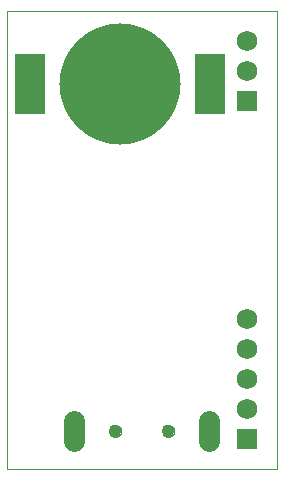
<source format=gbs>
G75*
%MOIN*%
%OFA0B0*%
%FSLAX25Y25*%
%IPPOS*%
%LPD*%
%AMOC8*
5,1,8,0,0,1.08239X$1,22.5*
%
%ADD10C,0.00000*%
%ADD11C,0.07000*%
%ADD12C,0.04337*%
%ADD13R,0.06900X0.06900*%
%ADD14C,0.06900*%
%ADD15C,0.40400*%
%ADD16R,0.10400X0.20400*%
D10*
X0022622Y0058041D02*
X0022622Y0210541D01*
X0112622Y0210541D01*
X0112622Y0058041D01*
X0022622Y0058041D01*
X0056795Y0070541D02*
X0056797Y0070629D01*
X0056803Y0070717D01*
X0056813Y0070805D01*
X0056827Y0070893D01*
X0056844Y0070979D01*
X0056866Y0071065D01*
X0056891Y0071149D01*
X0056921Y0071233D01*
X0056953Y0071315D01*
X0056990Y0071395D01*
X0057030Y0071474D01*
X0057074Y0071551D01*
X0057121Y0071626D01*
X0057171Y0071698D01*
X0057225Y0071769D01*
X0057281Y0071836D01*
X0057341Y0071902D01*
X0057403Y0071964D01*
X0057469Y0072024D01*
X0057536Y0072080D01*
X0057607Y0072134D01*
X0057679Y0072184D01*
X0057754Y0072231D01*
X0057831Y0072275D01*
X0057910Y0072315D01*
X0057990Y0072352D01*
X0058072Y0072384D01*
X0058156Y0072414D01*
X0058240Y0072439D01*
X0058326Y0072461D01*
X0058412Y0072478D01*
X0058500Y0072492D01*
X0058588Y0072502D01*
X0058676Y0072508D01*
X0058764Y0072510D01*
X0058852Y0072508D01*
X0058940Y0072502D01*
X0059028Y0072492D01*
X0059116Y0072478D01*
X0059202Y0072461D01*
X0059288Y0072439D01*
X0059372Y0072414D01*
X0059456Y0072384D01*
X0059538Y0072352D01*
X0059618Y0072315D01*
X0059697Y0072275D01*
X0059774Y0072231D01*
X0059849Y0072184D01*
X0059921Y0072134D01*
X0059992Y0072080D01*
X0060059Y0072024D01*
X0060125Y0071964D01*
X0060187Y0071902D01*
X0060247Y0071836D01*
X0060303Y0071769D01*
X0060357Y0071698D01*
X0060407Y0071626D01*
X0060454Y0071551D01*
X0060498Y0071474D01*
X0060538Y0071395D01*
X0060575Y0071315D01*
X0060607Y0071233D01*
X0060637Y0071149D01*
X0060662Y0071065D01*
X0060684Y0070979D01*
X0060701Y0070893D01*
X0060715Y0070805D01*
X0060725Y0070717D01*
X0060731Y0070629D01*
X0060733Y0070541D01*
X0060731Y0070453D01*
X0060725Y0070365D01*
X0060715Y0070277D01*
X0060701Y0070189D01*
X0060684Y0070103D01*
X0060662Y0070017D01*
X0060637Y0069933D01*
X0060607Y0069849D01*
X0060575Y0069767D01*
X0060538Y0069687D01*
X0060498Y0069608D01*
X0060454Y0069531D01*
X0060407Y0069456D01*
X0060357Y0069384D01*
X0060303Y0069313D01*
X0060247Y0069246D01*
X0060187Y0069180D01*
X0060125Y0069118D01*
X0060059Y0069058D01*
X0059992Y0069002D01*
X0059921Y0068948D01*
X0059849Y0068898D01*
X0059774Y0068851D01*
X0059697Y0068807D01*
X0059618Y0068767D01*
X0059538Y0068730D01*
X0059456Y0068698D01*
X0059372Y0068668D01*
X0059288Y0068643D01*
X0059202Y0068621D01*
X0059116Y0068604D01*
X0059028Y0068590D01*
X0058940Y0068580D01*
X0058852Y0068574D01*
X0058764Y0068572D01*
X0058676Y0068574D01*
X0058588Y0068580D01*
X0058500Y0068590D01*
X0058412Y0068604D01*
X0058326Y0068621D01*
X0058240Y0068643D01*
X0058156Y0068668D01*
X0058072Y0068698D01*
X0057990Y0068730D01*
X0057910Y0068767D01*
X0057831Y0068807D01*
X0057754Y0068851D01*
X0057679Y0068898D01*
X0057607Y0068948D01*
X0057536Y0069002D01*
X0057469Y0069058D01*
X0057403Y0069118D01*
X0057341Y0069180D01*
X0057281Y0069246D01*
X0057225Y0069313D01*
X0057171Y0069384D01*
X0057121Y0069456D01*
X0057074Y0069531D01*
X0057030Y0069608D01*
X0056990Y0069687D01*
X0056953Y0069767D01*
X0056921Y0069849D01*
X0056891Y0069933D01*
X0056866Y0070017D01*
X0056844Y0070103D01*
X0056827Y0070189D01*
X0056813Y0070277D01*
X0056803Y0070365D01*
X0056797Y0070453D01*
X0056795Y0070541D01*
X0074511Y0070541D02*
X0074513Y0070629D01*
X0074519Y0070717D01*
X0074529Y0070805D01*
X0074543Y0070893D01*
X0074560Y0070979D01*
X0074582Y0071065D01*
X0074607Y0071149D01*
X0074637Y0071233D01*
X0074669Y0071315D01*
X0074706Y0071395D01*
X0074746Y0071474D01*
X0074790Y0071551D01*
X0074837Y0071626D01*
X0074887Y0071698D01*
X0074941Y0071769D01*
X0074997Y0071836D01*
X0075057Y0071902D01*
X0075119Y0071964D01*
X0075185Y0072024D01*
X0075252Y0072080D01*
X0075323Y0072134D01*
X0075395Y0072184D01*
X0075470Y0072231D01*
X0075547Y0072275D01*
X0075626Y0072315D01*
X0075706Y0072352D01*
X0075788Y0072384D01*
X0075872Y0072414D01*
X0075956Y0072439D01*
X0076042Y0072461D01*
X0076128Y0072478D01*
X0076216Y0072492D01*
X0076304Y0072502D01*
X0076392Y0072508D01*
X0076480Y0072510D01*
X0076568Y0072508D01*
X0076656Y0072502D01*
X0076744Y0072492D01*
X0076832Y0072478D01*
X0076918Y0072461D01*
X0077004Y0072439D01*
X0077088Y0072414D01*
X0077172Y0072384D01*
X0077254Y0072352D01*
X0077334Y0072315D01*
X0077413Y0072275D01*
X0077490Y0072231D01*
X0077565Y0072184D01*
X0077637Y0072134D01*
X0077708Y0072080D01*
X0077775Y0072024D01*
X0077841Y0071964D01*
X0077903Y0071902D01*
X0077963Y0071836D01*
X0078019Y0071769D01*
X0078073Y0071698D01*
X0078123Y0071626D01*
X0078170Y0071551D01*
X0078214Y0071474D01*
X0078254Y0071395D01*
X0078291Y0071315D01*
X0078323Y0071233D01*
X0078353Y0071149D01*
X0078378Y0071065D01*
X0078400Y0070979D01*
X0078417Y0070893D01*
X0078431Y0070805D01*
X0078441Y0070717D01*
X0078447Y0070629D01*
X0078449Y0070541D01*
X0078447Y0070453D01*
X0078441Y0070365D01*
X0078431Y0070277D01*
X0078417Y0070189D01*
X0078400Y0070103D01*
X0078378Y0070017D01*
X0078353Y0069933D01*
X0078323Y0069849D01*
X0078291Y0069767D01*
X0078254Y0069687D01*
X0078214Y0069608D01*
X0078170Y0069531D01*
X0078123Y0069456D01*
X0078073Y0069384D01*
X0078019Y0069313D01*
X0077963Y0069246D01*
X0077903Y0069180D01*
X0077841Y0069118D01*
X0077775Y0069058D01*
X0077708Y0069002D01*
X0077637Y0068948D01*
X0077565Y0068898D01*
X0077490Y0068851D01*
X0077413Y0068807D01*
X0077334Y0068767D01*
X0077254Y0068730D01*
X0077172Y0068698D01*
X0077088Y0068668D01*
X0077004Y0068643D01*
X0076918Y0068621D01*
X0076832Y0068604D01*
X0076744Y0068590D01*
X0076656Y0068580D01*
X0076568Y0068574D01*
X0076480Y0068572D01*
X0076392Y0068574D01*
X0076304Y0068580D01*
X0076216Y0068590D01*
X0076128Y0068604D01*
X0076042Y0068621D01*
X0075956Y0068643D01*
X0075872Y0068668D01*
X0075788Y0068698D01*
X0075706Y0068730D01*
X0075626Y0068767D01*
X0075547Y0068807D01*
X0075470Y0068851D01*
X0075395Y0068898D01*
X0075323Y0068948D01*
X0075252Y0069002D01*
X0075185Y0069058D01*
X0075119Y0069118D01*
X0075057Y0069180D01*
X0074997Y0069246D01*
X0074941Y0069313D01*
X0074887Y0069384D01*
X0074837Y0069456D01*
X0074790Y0069531D01*
X0074746Y0069608D01*
X0074706Y0069687D01*
X0074669Y0069767D01*
X0074637Y0069849D01*
X0074607Y0069933D01*
X0074582Y0070017D01*
X0074560Y0070103D01*
X0074543Y0070189D01*
X0074529Y0070277D01*
X0074519Y0070365D01*
X0074513Y0070453D01*
X0074511Y0070541D01*
D11*
X0090063Y0067241D02*
X0090063Y0073841D01*
X0045181Y0073841D02*
X0045181Y0067241D01*
D12*
X0058764Y0070541D03*
X0076480Y0070541D03*
D13*
X0102622Y0068041D03*
X0102622Y0180541D03*
D14*
X0102622Y0190541D03*
X0102622Y0200541D03*
X0102622Y0108041D03*
X0102622Y0098041D03*
X0102622Y0088041D03*
X0102622Y0078041D03*
D15*
X0060435Y0186166D03*
D16*
X0090435Y0186166D03*
X0030435Y0186166D03*
M02*

</source>
